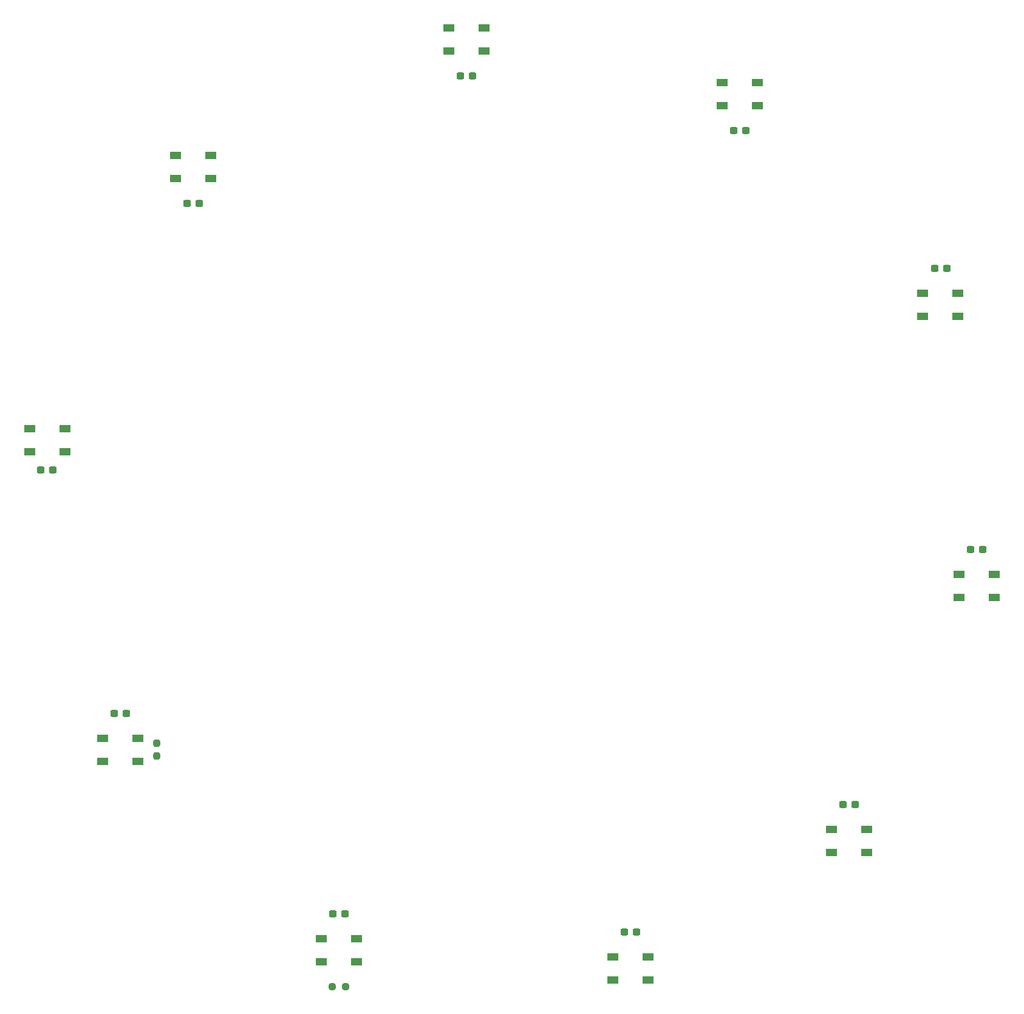
<source format=gbr>
%TF.GenerationSoftware,KiCad,Pcbnew,(6.0.4-0)*%
%TF.CreationDate,2022-12-03T14:45:52-05:00*%
%TF.ProjectId,christmas,63687269-7374-46d6-9173-2e6b69636164,rev?*%
%TF.SameCoordinates,Original*%
%TF.FileFunction,Paste,Top*%
%TF.FilePolarity,Positive*%
%FSLAX46Y46*%
G04 Gerber Fmt 4.6, Leading zero omitted, Abs format (unit mm)*
G04 Created by KiCad (PCBNEW (6.0.4-0)) date 2022-12-03 14:45:52*
%MOMM*%
%LPD*%
G01*
G04 APERTURE LIST*
G04 Aperture macros list*
%AMRoundRect*
0 Rectangle with rounded corners*
0 $1 Rounding radius*
0 $2 $3 $4 $5 $6 $7 $8 $9 X,Y pos of 4 corners*
0 Add a 4 corners polygon primitive as box body*
4,1,4,$2,$3,$4,$5,$6,$7,$8,$9,$2,$3,0*
0 Add four circle primitives for the rounded corners*
1,1,$1+$1,$2,$3*
1,1,$1+$1,$4,$5*
1,1,$1+$1,$6,$7*
1,1,$1+$1,$8,$9*
0 Add four rect primitives between the rounded corners*
20,1,$1+$1,$2,$3,$4,$5,0*
20,1,$1+$1,$4,$5,$6,$7,0*
20,1,$1+$1,$6,$7,$8,$9,0*
20,1,$1+$1,$8,$9,$2,$3,0*%
G04 Aperture macros list end*
%ADD10RoundRect,0.237500X-0.250000X-0.237500X0.250000X-0.237500X0.250000X0.237500X-0.250000X0.237500X0*%
%ADD11RoundRect,0.237500X0.237500X-0.250000X0.237500X0.250000X-0.237500X0.250000X-0.237500X-0.250000X0*%
%ADD12RoundRect,0.237500X0.300000X0.237500X-0.300000X0.237500X-0.300000X-0.237500X0.300000X-0.237500X0*%
%ADD13RoundRect,0.237500X-0.300000X-0.237500X0.300000X-0.237500X0.300000X0.237500X-0.300000X0.237500X0*%
%ADD14R,1.500000X1.000000*%
G04 APERTURE END LIST*
D10*
%TO.C,R2*%
X107592500Y-165100000D03*
X105767500Y-165100000D03*
%TD*%
D11*
%TO.C,R1*%
X81280000Y-131167500D03*
X81280000Y-132992500D03*
%TD*%
D12*
%TO.C,C15*%
X107542500Y-154940000D03*
X105817500Y-154940000D03*
%TD*%
%TO.C,C14*%
X146457500Y-157480000D03*
X148182500Y-157480000D03*
%TD*%
D13*
%TO.C,C13*%
X176937500Y-139700000D03*
X178662500Y-139700000D03*
%TD*%
%TO.C,C12*%
X196442500Y-104140000D03*
X194717500Y-104140000D03*
%TD*%
%TO.C,C11*%
X191452500Y-64960000D03*
X189727500Y-64960000D03*
%TD*%
D12*
%TO.C,C10*%
X161697500Y-45720000D03*
X163422500Y-45720000D03*
%TD*%
%TO.C,C9*%
X123597500Y-38100000D03*
X125322500Y-38100000D03*
%TD*%
%TO.C,C8*%
X85497500Y-55880000D03*
X87222500Y-55880000D03*
%TD*%
%TO.C,C7*%
X65087500Y-93040000D03*
X66812500Y-93040000D03*
%TD*%
D13*
%TO.C,C6*%
X75337500Y-127000000D03*
X77062500Y-127000000D03*
%TD*%
D14*
%TO.C,D10*%
X109130000Y-161620000D03*
X109130000Y-158420000D03*
X104230000Y-158420000D03*
X104230000Y-161620000D03*
%TD*%
%TO.C,D9*%
X144870000Y-164160000D03*
X144870000Y-160960000D03*
X149770000Y-160960000D03*
X149770000Y-164160000D03*
%TD*%
%TO.C,D8*%
X180250000Y-146380000D03*
X180250000Y-143180000D03*
X175350000Y-143180000D03*
X175350000Y-146380000D03*
%TD*%
%TO.C,D7*%
X193130000Y-110820000D03*
X193130000Y-107620000D03*
X198030000Y-107620000D03*
X198030000Y-110820000D03*
%TD*%
%TO.C,D6*%
X192950000Y-71640000D03*
X192950000Y-68440000D03*
X188050000Y-68440000D03*
X188050000Y-71640000D03*
%TD*%
%TO.C,D5*%
X165010000Y-39040000D03*
X165010000Y-42240000D03*
X160110000Y-42240000D03*
X160110000Y-39040000D03*
%TD*%
%TO.C,D4*%
X126910000Y-31420000D03*
X126910000Y-34620000D03*
X122010000Y-34620000D03*
X122010000Y-31420000D03*
%TD*%
%TO.C,D3*%
X88810000Y-49200000D03*
X88810000Y-52400000D03*
X83910000Y-52400000D03*
X83910000Y-49200000D03*
%TD*%
%TO.C,D2*%
X68490000Y-87300000D03*
X68490000Y-90500000D03*
X63590000Y-90500000D03*
X63590000Y-87300000D03*
%TD*%
%TO.C,D1*%
X78650000Y-133680000D03*
X78650000Y-130480000D03*
X73750000Y-130480000D03*
X73750000Y-133680000D03*
%TD*%
M02*

</source>
